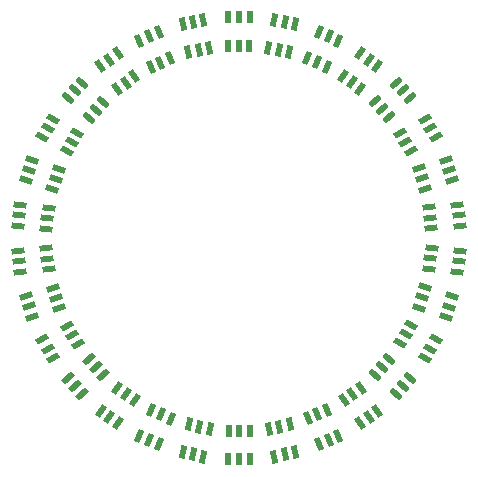
<source format=gbp>
G04*
G04 #@! TF.GenerationSoftware,Altium Limited,Altium Designer,20.0.9 (164)*
G04*
G04 Layer_Color=128*
%FSLAX25Y25*%
%MOIN*%
G70*
G01*
G75*
%ADD68R,0.01968X0.04331*%
G04:AMPARAMS|DCode=69|XSize=43.31mil|YSize=19.68mil|CornerRadius=0mil|HoleSize=0mil|Usage=FLASHONLY|Rotation=342.000|XOffset=0mil|YOffset=0mil|HoleType=Round|Shape=Rectangle|*
%AMROTATEDRECTD69*
4,1,4,-0.02364,-0.00267,-0.01755,0.01605,0.02364,0.00267,0.01755,-0.01605,-0.02364,-0.00267,0.0*
%
%ADD69ROTATEDRECTD69*%

G04:AMPARAMS|DCode=70|XSize=43.31mil|YSize=19.68mil|CornerRadius=0mil|HoleSize=0mil|Usage=FLASHONLY|Rotation=53.996|XOffset=0mil|YOffset=0mil|HoleType=Round|Shape=Rectangle|*
%AMROTATEDRECTD70*
4,1,4,-0.00477,-0.02330,-0.02069,-0.01173,0.00477,0.02330,0.02069,0.01173,-0.00477,-0.02330,0.0*
%
%ADD70ROTATEDRECTD70*%

G04:AMPARAMS|DCode=71|XSize=43.31mil|YSize=19.68mil|CornerRadius=0mil|HoleSize=0mil|Usage=FLASHONLY|Rotation=126.000|XOffset=0mil|YOffset=0mil|HoleType=Round|Shape=Rectangle|*
%AMROTATEDRECTD71*
4,1,4,0.02069,-0.01173,0.00477,-0.02330,-0.02069,0.01173,-0.00477,0.02330,0.02069,-0.01173,0.0*
%
%ADD71ROTATEDRECTD71*%

G04:AMPARAMS|DCode=72|XSize=43.31mil|YSize=19.68mil|CornerRadius=0mil|HoleSize=0mil|Usage=FLASHONLY|Rotation=198.000|XOffset=0mil|YOffset=0mil|HoleType=Round|Shape=Rectangle|*
%AMROTATEDRECTD72*
4,1,4,0.01755,0.01605,0.02364,-0.00267,-0.01755,-0.01605,-0.02364,0.00267,0.01755,0.01605,0.0*
%
%ADD72ROTATEDRECTD72*%

G04:AMPARAMS|DCode=73|XSize=43.31mil|YSize=19.68mil|CornerRadius=0mil|HoleSize=0mil|Usage=FLASHONLY|Rotation=282.000|XOffset=0mil|YOffset=0mil|HoleType=Round|Shape=Rectangle|*
%AMROTATEDRECTD73*
4,1,4,-0.01413,0.01913,0.00513,0.02323,0.01413,-0.01913,-0.00513,-0.02323,-0.01413,0.01913,0.0*
%
%ADD73ROTATEDRECTD73*%

G04:AMPARAMS|DCode=74|XSize=43.31mil|YSize=19.68mil|CornerRadius=0mil|HoleSize=0mil|Usage=FLASHONLY|Rotation=354.000|XOffset=0mil|YOffset=0mil|HoleType=Round|Shape=Rectangle|*
%AMROTATEDRECTD74*
4,1,4,-0.02256,-0.00753,-0.02051,0.01205,0.02256,0.00753,0.02051,-0.01205,-0.02256,-0.00753,0.0*
%
%ADD74ROTATEDRECTD74*%

G04:AMPARAMS|DCode=75|XSize=43.31mil|YSize=19.68mil|CornerRadius=0mil|HoleSize=0mil|Usage=FLASHONLY|Rotation=66.000|XOffset=0mil|YOffset=0mil|HoleType=Round|Shape=Rectangle|*
%AMROTATEDRECTD75*
4,1,4,0.00018,-0.02378,-0.01780,-0.01578,-0.00018,0.02378,0.01780,0.01578,0.00018,-0.02378,0.0*
%
%ADD75ROTATEDRECTD75*%

G04:AMPARAMS|DCode=76|XSize=43.31mil|YSize=19.68mil|CornerRadius=0mil|HoleSize=0mil|Usage=FLASHONLY|Rotation=138.000|XOffset=0mil|YOffset=0mil|HoleType=Round|Shape=Rectangle|*
%AMROTATEDRECTD76*
4,1,4,0.02268,-0.00718,0.00951,-0.02180,-0.02268,0.00718,-0.00951,0.02180,0.02268,-0.00718,0.0*
%
%ADD76ROTATEDRECTD76*%

G04:AMPARAMS|DCode=77|XSize=43.31mil|YSize=19.68mil|CornerRadius=0mil|HoleSize=0mil|Usage=FLASHONLY|Rotation=210.000|XOffset=0mil|YOffset=0mil|HoleType=Round|Shape=Rectangle|*
%AMROTATEDRECTD77*
4,1,4,0.01383,0.01935,0.02367,0.00230,-0.01383,-0.01935,-0.02367,-0.00230,0.01383,0.01935,0.0*
%
%ADD77ROTATEDRECTD77*%

G04:AMPARAMS|DCode=78|XSize=43.31mil|YSize=19.68mil|CornerRadius=0mil|HoleSize=0mil|Usage=FLASHONLY|Rotation=294.000|XOffset=0mil|YOffset=0mil|HoleType=Round|Shape=Rectangle|*
%AMROTATEDRECTD78*
4,1,4,-0.01780,0.01578,0.00018,0.02378,0.01780,-0.01578,-0.00018,-0.02378,-0.01780,0.01578,0.0*
%
%ADD78ROTATEDRECTD78*%

G04:AMPARAMS|DCode=79|XSize=43.31mil|YSize=19.68mil|CornerRadius=0mil|HoleSize=0mil|Usage=FLASHONLY|Rotation=6.000|XOffset=0mil|YOffset=0mil|HoleType=Round|Shape=Rectangle|*
%AMROTATEDRECTD79*
4,1,4,-0.02051,-0.01205,-0.02256,0.00753,0.02051,0.01205,0.02256,-0.00753,-0.02051,-0.01205,0.0*
%
%ADD79ROTATEDRECTD79*%

G04:AMPARAMS|DCode=80|XSize=43.31mil|YSize=19.68mil|CornerRadius=0mil|HoleSize=0mil|Usage=FLASHONLY|Rotation=78.000|XOffset=0mil|YOffset=0mil|HoleType=Round|Shape=Rectangle|*
%AMROTATEDRECTD80*
4,1,4,0.00513,-0.02323,-0.01413,-0.01913,-0.00513,0.02323,0.01413,0.01913,0.00513,-0.02323,0.0*
%
%ADD80ROTATEDRECTD80*%

G04:AMPARAMS|DCode=81|XSize=43.31mil|YSize=19.68mil|CornerRadius=0mil|HoleSize=0mil|Usage=FLASHONLY|Rotation=150.000|XOffset=0mil|YOffset=0mil|HoleType=Round|Shape=Rectangle|*
%AMROTATEDRECTD81*
4,1,4,0.02367,-0.00230,0.01383,-0.01935,-0.02367,0.00230,-0.01383,0.01935,0.02367,-0.00230,0.0*
%
%ADD81ROTATEDRECTD81*%

G04:AMPARAMS|DCode=82|XSize=43.31mil|YSize=19.68mil|CornerRadius=0mil|HoleSize=0mil|Usage=FLASHONLY|Rotation=222.000|XOffset=0mil|YOffset=0mil|HoleType=Round|Shape=Rectangle|*
%AMROTATEDRECTD82*
4,1,4,0.00951,0.02180,0.02268,0.00718,-0.00951,-0.02180,-0.02268,-0.00718,0.00951,0.02180,0.0*
%
%ADD82ROTATEDRECTD82*%

G04:AMPARAMS|DCode=83|XSize=43.31mil|YSize=19.68mil|CornerRadius=0mil|HoleSize=0mil|Usage=FLASHONLY|Rotation=42.993|XOffset=0mil|YOffset=0mil|HoleType=Round|Shape=Rectangle|*
%AMROTATEDRECTD83*
4,1,4,-0.00913,-0.02197,-0.02255,-0.00757,0.00913,0.02197,0.02255,0.00757,-0.00913,-0.02197,0.0*
%
%ADD83ROTATEDRECTD83*%

D68*
X3445Y64173D02*
D03*
X3543Y73622D02*
D03*
X-98Y64173D02*
D03*
X-3642D02*
D03*
X0Y73622D02*
D03*
X-3543D02*
D03*
X3543Y-73622D02*
D03*
X0D02*
D03*
X3642Y-64173D02*
D03*
X98D02*
D03*
X-3543Y-73622D02*
D03*
X-3445Y-64173D02*
D03*
D69*
X-71114Y19381D02*
D03*
X-70019Y22750D02*
D03*
X-62158Y16367D02*
D03*
X-61063Y19737D02*
D03*
X-68924Y26120D02*
D03*
X-59968Y23107D02*
D03*
X59968Y-23107D02*
D03*
X68924Y-26120D02*
D03*
X61063Y-19737D02*
D03*
X62158Y-16367D02*
D03*
X70019Y-22750D02*
D03*
X71114Y-19381D02*
D03*
D70*
X-40492Y-49863D02*
D03*
X-46126Y-57449D02*
D03*
X-37626Y-51946D02*
D03*
X-34759Y-54029D02*
D03*
X-43260Y-59532D02*
D03*
X-40393Y-61615D02*
D03*
X40407Y61644D02*
D03*
X43274Y59562D02*
D03*
X34774Y54058D02*
D03*
X37641Y51975D02*
D03*
X46141Y57479D02*
D03*
X40507Y49892D02*
D03*
D71*
X46141Y-57479D02*
D03*
X43274Y-59562D02*
D03*
X40666Y-49777D02*
D03*
X37800Y-51859D02*
D03*
X40407Y-61644D02*
D03*
X34933Y-53942D02*
D03*
X-46141Y57479D02*
D03*
X-43274Y59562D02*
D03*
X-40666Y49777D02*
D03*
X-37800Y51859D02*
D03*
X-40407Y61644D02*
D03*
X-34933Y53942D02*
D03*
D72*
X62097Y16554D02*
D03*
X71114Y19381D02*
D03*
X61002Y19924D02*
D03*
X59907Y23294D02*
D03*
X70019Y22750D02*
D03*
X68924Y26120D02*
D03*
X-62097Y-16544D02*
D03*
X-71114Y-19369D02*
D03*
X-61003Y-19914D02*
D03*
X-59908Y-23284D02*
D03*
X-70020Y-22739D02*
D03*
X-68926Y-26109D02*
D03*
D73*
X-18773Y71276D02*
D03*
X-15307Y72013D02*
D03*
X-16905Y62014D02*
D03*
X-13439Y62750D02*
D03*
X-11841Y72750D02*
D03*
X-9973Y63487D02*
D03*
X9973Y-63487D02*
D03*
X11841Y-72750D02*
D03*
X13439Y-62750D02*
D03*
X16905Y-62014D02*
D03*
X15307Y-72013D02*
D03*
X18773Y-71276D02*
D03*
D74*
X-63462Y10134D02*
D03*
X-72848Y11220D02*
D03*
X-63832Y6610D02*
D03*
X-64202Y3086D02*
D03*
X-73219Y7696D02*
D03*
X-73589Y4172D02*
D03*
X73589Y-4172D02*
D03*
X73219Y-7696D02*
D03*
X64202Y-3086D02*
D03*
X63832Y-6610D02*
D03*
X72848Y-11220D02*
D03*
X63462Y-10134D02*
D03*
D75*
X-26708Y-68698D02*
D03*
X-29945Y-67257D02*
D03*
X-22775Y-60106D02*
D03*
X-26012Y-58665D02*
D03*
X-33182Y-65816D02*
D03*
X-29249Y-57224D02*
D03*
X29249Y57224D02*
D03*
X33182Y65816D02*
D03*
X26012Y58665D02*
D03*
X22775Y60106D02*
D03*
X29945Y67257D02*
D03*
X26708Y68698D02*
D03*
D76*
X45385Y-45500D02*
D03*
X52341Y-51896D02*
D03*
X47756Y-42867D02*
D03*
X50127Y-40234D02*
D03*
X54712Y-49263D02*
D03*
X57083Y-46630D02*
D03*
X-45385Y45500D02*
D03*
X-52341Y51896D02*
D03*
X-47756Y42867D02*
D03*
X-50127Y40234D02*
D03*
X-54712Y49263D02*
D03*
X-57083Y46630D02*
D03*
D77*
X61987Y39880D02*
D03*
X63759Y36811D02*
D03*
X53755Y35240D02*
D03*
X55526Y32172D02*
D03*
X65530Y33742D02*
D03*
X57298Y29103D02*
D03*
X-61987Y-39880D02*
D03*
X-63759Y-36811D02*
D03*
X-53755Y-35241D02*
D03*
X-55526Y-32172D02*
D03*
X-65530Y-33742D02*
D03*
X-57298Y-29103D02*
D03*
D78*
X-22955Y60026D02*
D03*
X-26708Y68698D02*
D03*
X-26191Y58585D02*
D03*
X-29428Y57144D02*
D03*
X-29945Y67257D02*
D03*
X-33182Y65816D02*
D03*
X33182Y-65816D02*
D03*
X29945Y-67257D02*
D03*
X29428Y-57144D02*
D03*
X26191Y-58585D02*
D03*
X26708Y-68698D02*
D03*
X22955Y-60026D02*
D03*
D79*
X-72848Y-11220D02*
D03*
X-73219Y-7696D02*
D03*
X-63441Y-10330D02*
D03*
X-63811Y-6806D02*
D03*
X-73589Y-4172D02*
D03*
X-64182Y-3282D02*
D03*
X64182Y3282D02*
D03*
X73589Y4172D02*
D03*
X63811Y6806D02*
D03*
X63441Y10330D02*
D03*
X73219Y7696D02*
D03*
X72848Y11220D02*
D03*
D80*
X-16712Y-62055D02*
D03*
X-18773Y-71276D02*
D03*
X-13246Y-62791D02*
D03*
X-9780Y-63528D02*
D03*
X-15307Y-72013D02*
D03*
X-11841Y-72750D02*
D03*
X11841Y72750D02*
D03*
X15307Y72013D02*
D03*
X9780Y63528D02*
D03*
X13246Y62791D02*
D03*
X18773Y71276D02*
D03*
X16712Y62055D02*
D03*
D81*
X65530Y-33742D02*
D03*
X63759Y-36811D02*
D03*
X57397Y-28933D02*
D03*
X55625Y-32001D02*
D03*
X61987Y-39880D02*
D03*
X53853Y-35070D02*
D03*
X-65530Y33742D02*
D03*
X-63759Y36811D02*
D03*
X-57397Y28933D02*
D03*
X-55625Y32001D02*
D03*
X-61987Y39880D02*
D03*
X-53853Y35070D02*
D03*
D82*
X49995Y40380D02*
D03*
X57083Y46630D02*
D03*
X47624Y43013D02*
D03*
X45253Y45647D02*
D03*
X54712Y49263D02*
D03*
X52341Y51896D02*
D03*
D83*
X-50094Y-40360D02*
D03*
X-57073Y-46731D02*
D03*
X-47678Y-42952D02*
D03*
X-45262Y-45544D02*
D03*
X-54656Y-49323D02*
D03*
X-52240Y-51915D02*
D03*
M02*

</source>
